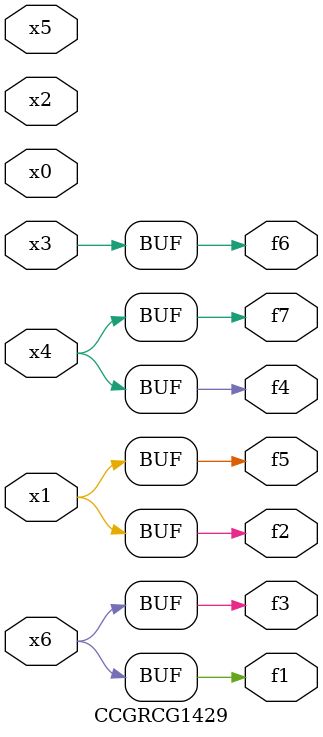
<source format=v>
module CCGRCG1429(
	input x0, x1, x2, x3, x4, x5, x6,
	output f1, f2, f3, f4, f5, f6, f7
);
	assign f1 = x6;
	assign f2 = x1;
	assign f3 = x6;
	assign f4 = x4;
	assign f5 = x1;
	assign f6 = x3;
	assign f7 = x4;
endmodule

</source>
